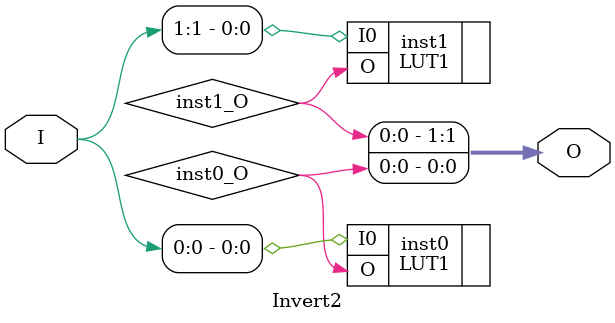
<source format=v>
module Invert2 (input [1:0] I, output [1:0] O);
wire  inst0_O;
wire  inst1_O;
LUT1 #(.INIT(2'h1)) inst0 (.I0(I[0]), .O(inst0_O));
LUT1 #(.INIT(2'h1)) inst1 (.I0(I[1]), .O(inst1_O));
assign O = {inst1_O,inst0_O};
endmodule


</source>
